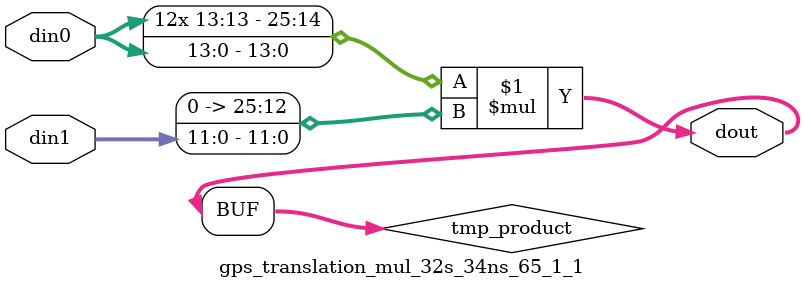
<source format=v>

`timescale 1 ns / 1 ps

  module gps_translation_mul_32s_34ns_65_1_1(din0, din1, dout);
parameter ID = 1;
parameter NUM_STAGE = 0;
parameter din0_WIDTH = 14;
parameter din1_WIDTH = 12;
parameter dout_WIDTH = 26;

input [din0_WIDTH - 1 : 0] din0; 
input [din1_WIDTH - 1 : 0] din1; 
output [dout_WIDTH - 1 : 0] dout;

wire signed [dout_WIDTH - 1 : 0] tmp_product;












assign tmp_product = $signed(din0) * $signed({1'b0, din1});









assign dout = tmp_product;







endmodule

</source>
